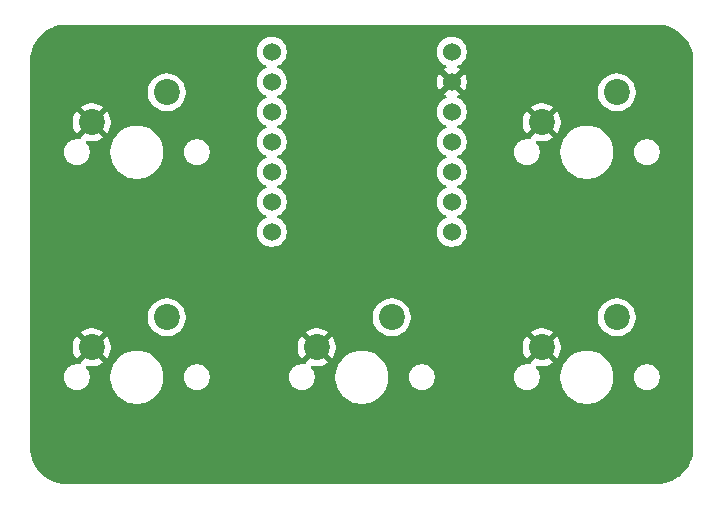
<source format=gbr>
%TF.GenerationSoftware,KiCad,Pcbnew,9.0.2-9.0.2-0~ubuntu24.04.1*%
%TF.CreationDate,2025-08-01T01:18:43+01:00*%
%TF.ProjectId,cadpadPCB,63616470-6164-4504-9342-2e6b69636164,rev?*%
%TF.SameCoordinates,Original*%
%TF.FileFunction,Copper,L2,Bot*%
%TF.FilePolarity,Positive*%
%FSLAX46Y46*%
G04 Gerber Fmt 4.6, Leading zero omitted, Abs format (unit mm)*
G04 Created by KiCad (PCBNEW 9.0.2-9.0.2-0~ubuntu24.04.1) date 2025-08-01 01:18:43*
%MOMM*%
%LPD*%
G01*
G04 APERTURE LIST*
%TA.AperFunction,ComponentPad*%
%ADD10C,2.200000*%
%TD*%
%TA.AperFunction,ComponentPad*%
%ADD11C,1.524000*%
%TD*%
G04 APERTURE END LIST*
D10*
%TO.P,SW1,1,1*%
%TO.N,Net-(U1-GPIO6{slash}SDA)*%
X116840000Y-49688750D03*
%TO.P,SW1,2,2*%
%TO.N,GND*%
X110490000Y-52228750D03*
%TD*%
%TO.P,SW5,1,1*%
%TO.N,Net-(U1-GPIO26{slash}ADC0{slash}A0)*%
X154940000Y-49688750D03*
%TO.P,SW5,2,2*%
%TO.N,GND*%
X148590000Y-52228750D03*
%TD*%
%TO.P,SW2,1,1*%
%TO.N,Net-(U1-GPIO29{slash}ADC3{slash}A3)*%
X116840000Y-68738750D03*
%TO.P,SW2,2,2*%
%TO.N,GND*%
X110490000Y-71278750D03*
%TD*%
D11*
%TO.P,U1,1,GPIO26/ADC0/A0*%
%TO.N,Net-(U1-GPIO26{slash}ADC0{slash}A0)*%
X125730000Y-46260000D03*
%TO.P,U1,2,GPIO27/ADC1/A1*%
%TO.N,Net-(U1-GPIO27{slash}ADC1{slash}A1)*%
X125730000Y-48800000D03*
%TO.P,U1,3,GPIO28/ADC2/A2*%
%TO.N,Net-(U1-GPIO28{slash}ADC2{slash}A2)*%
X125730000Y-51340000D03*
%TO.P,U1,4,GPIO29/ADC3/A3*%
%TO.N,Net-(U1-GPIO29{slash}ADC3{slash}A3)*%
X125730000Y-53880000D03*
%TO.P,U1,5,GPIO6/SDA*%
%TO.N,Net-(U1-GPIO6{slash}SDA)*%
X125730000Y-56420000D03*
%TO.P,U1,6,GPIO7/SCL*%
%TO.N,unconnected-(U1-GPIO7{slash}SCL-Pad6)*%
X125730000Y-58960000D03*
%TO.P,U1,7,GPIO0/TX*%
%TO.N,unconnected-(U1-GPIO0{slash}TX-Pad7)*%
X125730000Y-61500000D03*
%TO.P,U1,8,GPIO1/RX*%
%TO.N,unconnected-(U1-GPIO1{slash}RX-Pad8)*%
X140970000Y-61500000D03*
%TO.P,U1,9,GPIO2/SCK*%
%TO.N,unconnected-(U1-GPIO2{slash}SCK-Pad9)*%
X140970000Y-58960000D03*
%TO.P,U1,10,GPIO4/MISO*%
%TO.N,unconnected-(U1-GPIO4{slash}MISO-Pad10)*%
X140970000Y-56420000D03*
%TO.P,U1,11,GPIO3/MOSI*%
%TO.N,unconnected-(U1-GPIO3{slash}MOSI-Pad11)*%
X140970000Y-53880000D03*
%TO.P,U1,12,3V3*%
%TO.N,unconnected-(U1-3V3-Pad12)*%
X140970000Y-51340000D03*
%TO.P,U1,13,GND*%
%TO.N,GND*%
X140970000Y-48800000D03*
%TO.P,U1,14,VBUS*%
%TO.N,unconnected-(U1-VBUS-Pad14)*%
X140970000Y-46260000D03*
%TD*%
D10*
%TO.P,SW3,1,1*%
%TO.N,Net-(U1-GPIO28{slash}ADC2{slash}A2)*%
X135890000Y-68738750D03*
%TO.P,SW3,2,2*%
%TO.N,GND*%
X129540000Y-71278750D03*
%TD*%
%TO.P,SW4,1,1*%
%TO.N,Net-(U1-GPIO27{slash}ADC1{slash}A1)*%
X154940000Y-68738750D03*
%TO.P,SW4,2,2*%
%TO.N,GND*%
X148590000Y-71278750D03*
%TD*%
%TA.AperFunction,Conductor*%
%TO.N,GND*%
G36*
X158287372Y-43958350D02*
G01*
X158350022Y-43958349D01*
X158356507Y-43958518D01*
X158667825Y-43974831D01*
X158680714Y-43976185D01*
X158985439Y-44024445D01*
X158998116Y-44027141D01*
X159296114Y-44106986D01*
X159308429Y-44110987D01*
X159596356Y-44221510D01*
X159596445Y-44221544D01*
X159608300Y-44226822D01*
X159883184Y-44366880D01*
X159894399Y-44373355D01*
X160153097Y-44541354D01*
X160153137Y-44541380D01*
X160163637Y-44549009D01*
X160403377Y-44743145D01*
X160413023Y-44751830D01*
X160631157Y-44969964D01*
X160639842Y-44979609D01*
X160833987Y-45219357D01*
X160841616Y-45229858D01*
X161009630Y-45488576D01*
X161016120Y-45499817D01*
X161156171Y-45774686D01*
X161161450Y-45786543D01*
X161272002Y-46074542D01*
X161276013Y-46086886D01*
X161355857Y-46384872D01*
X161358553Y-46397554D01*
X161406811Y-46702254D01*
X161408167Y-46715162D01*
X161424466Y-47026204D01*
X161424636Y-47032693D01*
X161424636Y-47082464D01*
X161424501Y-79706043D01*
X161424501Y-79706044D01*
X161424500Y-79768689D01*
X161424330Y-79775178D01*
X161408012Y-80086474D01*
X161406655Y-80099383D01*
X161358394Y-80404059D01*
X161355696Y-80416754D01*
X161275856Y-80714710D01*
X161271844Y-80727054D01*
X161161295Y-81015034D01*
X161156016Y-81026891D01*
X161015967Y-81301743D01*
X161009478Y-81312983D01*
X160841475Y-81571680D01*
X160833845Y-81582181D01*
X160639709Y-81821913D01*
X160631024Y-81831558D01*
X160412901Y-82049676D01*
X160403256Y-82058361D01*
X160163524Y-82252486D01*
X160153030Y-82260111D01*
X159894313Y-82428119D01*
X159883077Y-82434605D01*
X159608227Y-82574645D01*
X159596371Y-82579923D01*
X159308389Y-82690466D01*
X159296044Y-82694477D01*
X158998085Y-82774310D01*
X158985390Y-82777009D01*
X158680706Y-82825263D01*
X158667797Y-82826619D01*
X158354896Y-82843013D01*
X158348430Y-82843183D01*
X158343526Y-82843183D01*
X158287372Y-82843183D01*
X158287331Y-82843193D01*
X158279380Y-82843195D01*
X158279376Y-82843193D01*
X158279358Y-82843195D01*
X108350215Y-82843248D01*
X108343725Y-82843078D01*
X108032420Y-82826762D01*
X108019511Y-82825405D01*
X108018614Y-82825263D01*
X107971765Y-82817842D01*
X107714832Y-82777146D01*
X107702138Y-82774448D01*
X107622175Y-82753021D01*
X107404160Y-82694603D01*
X107391817Y-82690592D01*
X107103826Y-82580042D01*
X107091969Y-82574763D01*
X107091737Y-82574645D01*
X106817105Y-82434711D01*
X106805865Y-82428221D01*
X106547156Y-82260214D01*
X106536655Y-82252585D01*
X106296913Y-82058445D01*
X106287268Y-82049760D01*
X106069144Y-81831636D01*
X106060459Y-81821991D01*
X105866322Y-81582253D01*
X105858693Y-81571753D01*
X105759225Y-81418588D01*
X105690673Y-81313027D01*
X105684185Y-81301788D01*
X105544143Y-81026944D01*
X105538863Y-81015087D01*
X105428310Y-80727090D01*
X105424300Y-80714747D01*
X105344453Y-80416766D01*
X105341754Y-80404070D01*
X105330837Y-80335149D01*
X105293492Y-80099380D01*
X105292138Y-80086502D01*
X105275825Y-79775290D01*
X105275656Y-79768873D01*
X105275643Y-73732139D01*
X108119500Y-73732139D01*
X108119500Y-73905361D01*
X108146598Y-74076451D01*
X108200127Y-74241195D01*
X108278768Y-74395538D01*
X108380586Y-74535678D01*
X108503072Y-74658164D01*
X108643212Y-74759982D01*
X108797555Y-74838623D01*
X108962299Y-74892152D01*
X109133389Y-74919250D01*
X109133390Y-74919250D01*
X109306610Y-74919250D01*
X109306611Y-74919250D01*
X109477701Y-74892152D01*
X109642445Y-74838623D01*
X109796788Y-74759982D01*
X109936928Y-74658164D01*
X110059414Y-74535678D01*
X110161232Y-74395538D01*
X110239873Y-74241195D01*
X110293402Y-74076451D01*
X110320500Y-73905361D01*
X110320500Y-73732139D01*
X110310854Y-73671236D01*
X112049500Y-73671236D01*
X112049500Y-73966263D01*
X112081571Y-74209863D01*
X112088007Y-74258743D01*
X112162212Y-74535680D01*
X112164361Y-74543701D01*
X112164364Y-74543711D01*
X112277254Y-74816250D01*
X112277258Y-74816260D01*
X112424761Y-75071743D01*
X112604352Y-75305790D01*
X112604358Y-75305797D01*
X112812952Y-75514391D01*
X112812959Y-75514397D01*
X113047006Y-75693988D01*
X113302489Y-75841491D01*
X113302490Y-75841491D01*
X113302493Y-75841493D01*
X113575048Y-75954389D01*
X113860007Y-76030743D01*
X114152494Y-76069250D01*
X114152501Y-76069250D01*
X114447499Y-76069250D01*
X114447506Y-76069250D01*
X114739993Y-76030743D01*
X115024952Y-75954389D01*
X115297507Y-75841493D01*
X115552994Y-75693988D01*
X115787042Y-75514396D01*
X115995646Y-75305792D01*
X116175238Y-75071744D01*
X116322743Y-74816257D01*
X116435639Y-74543702D01*
X116511993Y-74258743D01*
X116550500Y-73966256D01*
X116550500Y-73732139D01*
X118279500Y-73732139D01*
X118279500Y-73905361D01*
X118306598Y-74076451D01*
X118360127Y-74241195D01*
X118438768Y-74395538D01*
X118540586Y-74535678D01*
X118663072Y-74658164D01*
X118803212Y-74759982D01*
X118957555Y-74838623D01*
X119122299Y-74892152D01*
X119293389Y-74919250D01*
X119293390Y-74919250D01*
X119466610Y-74919250D01*
X119466611Y-74919250D01*
X119637701Y-74892152D01*
X119802445Y-74838623D01*
X119956788Y-74759982D01*
X120096928Y-74658164D01*
X120219414Y-74535678D01*
X120321232Y-74395538D01*
X120399873Y-74241195D01*
X120453402Y-74076451D01*
X120480500Y-73905361D01*
X120480500Y-73732139D01*
X127169500Y-73732139D01*
X127169500Y-73905361D01*
X127196598Y-74076451D01*
X127250127Y-74241195D01*
X127328768Y-74395538D01*
X127430586Y-74535678D01*
X127553072Y-74658164D01*
X127693212Y-74759982D01*
X127847555Y-74838623D01*
X128012299Y-74892152D01*
X128183389Y-74919250D01*
X128183390Y-74919250D01*
X128356610Y-74919250D01*
X128356611Y-74919250D01*
X128527701Y-74892152D01*
X128692445Y-74838623D01*
X128846788Y-74759982D01*
X128986928Y-74658164D01*
X129109414Y-74535678D01*
X129211232Y-74395538D01*
X129289873Y-74241195D01*
X129343402Y-74076451D01*
X129370500Y-73905361D01*
X129370500Y-73732139D01*
X129360854Y-73671236D01*
X131099500Y-73671236D01*
X131099500Y-73966263D01*
X131131571Y-74209863D01*
X131138007Y-74258743D01*
X131212212Y-74535680D01*
X131214361Y-74543701D01*
X131214364Y-74543711D01*
X131327254Y-74816250D01*
X131327258Y-74816260D01*
X131474761Y-75071743D01*
X131654352Y-75305790D01*
X131654358Y-75305797D01*
X131862952Y-75514391D01*
X131862959Y-75514397D01*
X132097006Y-75693988D01*
X132352489Y-75841491D01*
X132352490Y-75841491D01*
X132352493Y-75841493D01*
X132625048Y-75954389D01*
X132910007Y-76030743D01*
X133202494Y-76069250D01*
X133202501Y-76069250D01*
X133497499Y-76069250D01*
X133497506Y-76069250D01*
X133789993Y-76030743D01*
X134074952Y-75954389D01*
X134347507Y-75841493D01*
X134602994Y-75693988D01*
X134837042Y-75514396D01*
X135045646Y-75305792D01*
X135225238Y-75071744D01*
X135372743Y-74816257D01*
X135485639Y-74543702D01*
X135561993Y-74258743D01*
X135600500Y-73966256D01*
X135600500Y-73732139D01*
X137329500Y-73732139D01*
X137329500Y-73905361D01*
X137356598Y-74076451D01*
X137410127Y-74241195D01*
X137488768Y-74395538D01*
X137590586Y-74535678D01*
X137713072Y-74658164D01*
X137853212Y-74759982D01*
X138007555Y-74838623D01*
X138172299Y-74892152D01*
X138343389Y-74919250D01*
X138343390Y-74919250D01*
X138516610Y-74919250D01*
X138516611Y-74919250D01*
X138687701Y-74892152D01*
X138852445Y-74838623D01*
X139006788Y-74759982D01*
X139146928Y-74658164D01*
X139269414Y-74535678D01*
X139371232Y-74395538D01*
X139449873Y-74241195D01*
X139503402Y-74076451D01*
X139530500Y-73905361D01*
X139530500Y-73732139D01*
X146219500Y-73732139D01*
X146219500Y-73905361D01*
X146246598Y-74076451D01*
X146300127Y-74241195D01*
X146378768Y-74395538D01*
X146480586Y-74535678D01*
X146603072Y-74658164D01*
X146743212Y-74759982D01*
X146897555Y-74838623D01*
X147062299Y-74892152D01*
X147233389Y-74919250D01*
X147233390Y-74919250D01*
X147406610Y-74919250D01*
X147406611Y-74919250D01*
X147577701Y-74892152D01*
X147742445Y-74838623D01*
X147896788Y-74759982D01*
X148036928Y-74658164D01*
X148159414Y-74535678D01*
X148261232Y-74395538D01*
X148339873Y-74241195D01*
X148393402Y-74076451D01*
X148420500Y-73905361D01*
X148420500Y-73732139D01*
X148410854Y-73671236D01*
X150149500Y-73671236D01*
X150149500Y-73966263D01*
X150181571Y-74209863D01*
X150188007Y-74258743D01*
X150262212Y-74535680D01*
X150264361Y-74543701D01*
X150264364Y-74543711D01*
X150377254Y-74816250D01*
X150377258Y-74816260D01*
X150524761Y-75071743D01*
X150704352Y-75305790D01*
X150704358Y-75305797D01*
X150912952Y-75514391D01*
X150912959Y-75514397D01*
X151147006Y-75693988D01*
X151402489Y-75841491D01*
X151402490Y-75841491D01*
X151402493Y-75841493D01*
X151675048Y-75954389D01*
X151960007Y-76030743D01*
X152252494Y-76069250D01*
X152252501Y-76069250D01*
X152547499Y-76069250D01*
X152547506Y-76069250D01*
X152839993Y-76030743D01*
X153124952Y-75954389D01*
X153397507Y-75841493D01*
X153652994Y-75693988D01*
X153887042Y-75514396D01*
X154095646Y-75305792D01*
X154275238Y-75071744D01*
X154422743Y-74816257D01*
X154535639Y-74543702D01*
X154611993Y-74258743D01*
X154650500Y-73966256D01*
X154650500Y-73732139D01*
X156379500Y-73732139D01*
X156379500Y-73905361D01*
X156406598Y-74076451D01*
X156460127Y-74241195D01*
X156538768Y-74395538D01*
X156640586Y-74535678D01*
X156763072Y-74658164D01*
X156903212Y-74759982D01*
X157057555Y-74838623D01*
X157222299Y-74892152D01*
X157393389Y-74919250D01*
X157393390Y-74919250D01*
X157566610Y-74919250D01*
X157566611Y-74919250D01*
X157737701Y-74892152D01*
X157902445Y-74838623D01*
X158056788Y-74759982D01*
X158196928Y-74658164D01*
X158319414Y-74535678D01*
X158421232Y-74395538D01*
X158499873Y-74241195D01*
X158553402Y-74076451D01*
X158580500Y-73905361D01*
X158580500Y-73732139D01*
X158553402Y-73561049D01*
X158499873Y-73396305D01*
X158421232Y-73241962D01*
X158319414Y-73101822D01*
X158196928Y-72979336D01*
X158056788Y-72877518D01*
X157902445Y-72798877D01*
X157737701Y-72745348D01*
X157737699Y-72745347D01*
X157737698Y-72745347D01*
X157606271Y-72724531D01*
X157566611Y-72718250D01*
X157393389Y-72718250D01*
X157353728Y-72724531D01*
X157222302Y-72745347D01*
X157057552Y-72798878D01*
X156903211Y-72877518D01*
X156847115Y-72918275D01*
X156763072Y-72979336D01*
X156763070Y-72979338D01*
X156763069Y-72979338D01*
X156640588Y-73101819D01*
X156640588Y-73101820D01*
X156640586Y-73101822D01*
X156596859Y-73162006D01*
X156538768Y-73241961D01*
X156460128Y-73396302D01*
X156406597Y-73561052D01*
X156380272Y-73727267D01*
X156379500Y-73732139D01*
X154650500Y-73732139D01*
X154650500Y-73671244D01*
X154611993Y-73378757D01*
X154535639Y-73093798D01*
X154422743Y-72821243D01*
X154372604Y-72734400D01*
X154275238Y-72565756D01*
X154095647Y-72331709D01*
X154095641Y-72331702D01*
X153887047Y-72123108D01*
X153887040Y-72123102D01*
X153652993Y-71943511D01*
X153397510Y-71796008D01*
X153397500Y-71796004D01*
X153124961Y-71683114D01*
X153124954Y-71683112D01*
X153124952Y-71683111D01*
X152839993Y-71606757D01*
X152791113Y-71600321D01*
X152547513Y-71568250D01*
X152547506Y-71568250D01*
X152252494Y-71568250D01*
X152252486Y-71568250D01*
X151974085Y-71604903D01*
X151960007Y-71606757D01*
X151785861Y-71653419D01*
X151675048Y-71683111D01*
X151675038Y-71683114D01*
X151402499Y-71796004D01*
X151402489Y-71796008D01*
X151147006Y-71943511D01*
X150912959Y-72123102D01*
X150912952Y-72123108D01*
X150704358Y-72331702D01*
X150704352Y-72331709D01*
X150524761Y-72565756D01*
X150377258Y-72821239D01*
X150377254Y-72821249D01*
X150264364Y-73093788D01*
X150264361Y-73093798D01*
X150188008Y-73378754D01*
X150188006Y-73378765D01*
X150149500Y-73671236D01*
X148410854Y-73671236D01*
X148393402Y-73561049D01*
X148339873Y-73396305D01*
X148261232Y-73241962D01*
X148159414Y-73101822D01*
X148106882Y-73049290D01*
X148073397Y-72987967D01*
X148078381Y-72918275D01*
X148120253Y-72862342D01*
X148185717Y-72837925D01*
X148213961Y-72839136D01*
X148464072Y-72878750D01*
X148715928Y-72878750D01*
X148964669Y-72839352D01*
X149204184Y-72761530D01*
X149428575Y-72647196D01*
X149428581Y-72647192D01*
X149530697Y-72573000D01*
X149530698Y-72573000D01*
X148914025Y-71956328D01*
X148945258Y-71943391D01*
X149068097Y-71861313D01*
X149172563Y-71756847D01*
X149254641Y-71634008D01*
X149267577Y-71602775D01*
X149884250Y-72219448D01*
X149884250Y-72219447D01*
X149958442Y-72117331D01*
X149958446Y-72117325D01*
X150072780Y-71892934D01*
X150150602Y-71653419D01*
X150190000Y-71404678D01*
X150190000Y-71152821D01*
X150150602Y-70904080D01*
X150072780Y-70664565D01*
X149958442Y-70440166D01*
X149884250Y-70338051D01*
X149884250Y-70338050D01*
X149267577Y-70954723D01*
X149254641Y-70923492D01*
X149172563Y-70800653D01*
X149068097Y-70696187D01*
X148945258Y-70614109D01*
X148914024Y-70601171D01*
X149530698Y-69984498D01*
X149428583Y-69910307D01*
X149204184Y-69795969D01*
X148964669Y-69718147D01*
X148715928Y-69678750D01*
X148464072Y-69678750D01*
X148215330Y-69718147D01*
X147975815Y-69795969D01*
X147751413Y-69910309D01*
X147649301Y-69984497D01*
X147649300Y-69984498D01*
X148265974Y-70601171D01*
X148234742Y-70614109D01*
X148111903Y-70696187D01*
X148007437Y-70800653D01*
X147925359Y-70923492D01*
X147912421Y-70954724D01*
X147295748Y-70338050D01*
X147295747Y-70338051D01*
X147221559Y-70440163D01*
X147107219Y-70664565D01*
X147029397Y-70904080D01*
X146990000Y-71152821D01*
X146990000Y-71404678D01*
X147029397Y-71653419D01*
X147107219Y-71892934D01*
X147221557Y-72117333D01*
X147295748Y-72219447D01*
X147295748Y-72219448D01*
X147912421Y-71602774D01*
X147925359Y-71634008D01*
X148007437Y-71756847D01*
X148111903Y-71861313D01*
X148234742Y-71943391D01*
X148265974Y-71956327D01*
X147649300Y-72573000D01*
X147651598Y-72602199D01*
X147637233Y-72670577D01*
X147588181Y-72720333D01*
X147520016Y-72735671D01*
X147508583Y-72734400D01*
X147406611Y-72718250D01*
X147233389Y-72718250D01*
X147193728Y-72724531D01*
X147062302Y-72745347D01*
X146897552Y-72798878D01*
X146743211Y-72877518D01*
X146687115Y-72918275D01*
X146603072Y-72979336D01*
X146603070Y-72979338D01*
X146603069Y-72979338D01*
X146480588Y-73101819D01*
X146480588Y-73101820D01*
X146480586Y-73101822D01*
X146436859Y-73162006D01*
X146378768Y-73241961D01*
X146300128Y-73396302D01*
X146246597Y-73561052D01*
X146220272Y-73727267D01*
X146219500Y-73732139D01*
X139530500Y-73732139D01*
X139503402Y-73561049D01*
X139449873Y-73396305D01*
X139371232Y-73241962D01*
X139269414Y-73101822D01*
X139146928Y-72979336D01*
X139006788Y-72877518D01*
X138852445Y-72798877D01*
X138687701Y-72745348D01*
X138687699Y-72745347D01*
X138687698Y-72745347D01*
X138556271Y-72724531D01*
X138516611Y-72718250D01*
X138343389Y-72718250D01*
X138303728Y-72724531D01*
X138172302Y-72745347D01*
X138007552Y-72798878D01*
X137853211Y-72877518D01*
X137797115Y-72918275D01*
X137713072Y-72979336D01*
X137713070Y-72979338D01*
X137713069Y-72979338D01*
X137590588Y-73101819D01*
X137590588Y-73101820D01*
X137590586Y-73101822D01*
X137546859Y-73162006D01*
X137488768Y-73241961D01*
X137410128Y-73396302D01*
X137356597Y-73561052D01*
X137330272Y-73727267D01*
X137329500Y-73732139D01*
X135600500Y-73732139D01*
X135600500Y-73671244D01*
X135561993Y-73378757D01*
X135485639Y-73093798D01*
X135372743Y-72821243D01*
X135322604Y-72734400D01*
X135225238Y-72565756D01*
X135045647Y-72331709D01*
X135045641Y-72331702D01*
X134837047Y-72123108D01*
X134837040Y-72123102D01*
X134602993Y-71943511D01*
X134347510Y-71796008D01*
X134347500Y-71796004D01*
X134074961Y-71683114D01*
X134074954Y-71683112D01*
X134074952Y-71683111D01*
X133789993Y-71606757D01*
X133741113Y-71600321D01*
X133497513Y-71568250D01*
X133497506Y-71568250D01*
X133202494Y-71568250D01*
X133202486Y-71568250D01*
X132924085Y-71604903D01*
X132910007Y-71606757D01*
X132735861Y-71653419D01*
X132625048Y-71683111D01*
X132625038Y-71683114D01*
X132352499Y-71796004D01*
X132352489Y-71796008D01*
X132097006Y-71943511D01*
X131862959Y-72123102D01*
X131862952Y-72123108D01*
X131654358Y-72331702D01*
X131654352Y-72331709D01*
X131474761Y-72565756D01*
X131327258Y-72821239D01*
X131327254Y-72821249D01*
X131214364Y-73093788D01*
X131214361Y-73093798D01*
X131138008Y-73378754D01*
X131138006Y-73378765D01*
X131099500Y-73671236D01*
X129360854Y-73671236D01*
X129343402Y-73561049D01*
X129289873Y-73396305D01*
X129211232Y-73241962D01*
X129109414Y-73101822D01*
X129056882Y-73049290D01*
X129023397Y-72987967D01*
X129028381Y-72918275D01*
X129070253Y-72862342D01*
X129135717Y-72837925D01*
X129163961Y-72839136D01*
X129414072Y-72878750D01*
X129665928Y-72878750D01*
X129914669Y-72839352D01*
X130154184Y-72761530D01*
X130378575Y-72647196D01*
X130378581Y-72647192D01*
X130480697Y-72573000D01*
X130480698Y-72573000D01*
X129864025Y-71956328D01*
X129895258Y-71943391D01*
X130018097Y-71861313D01*
X130122563Y-71756847D01*
X130204641Y-71634008D01*
X130217577Y-71602775D01*
X130834250Y-72219448D01*
X130834250Y-72219447D01*
X130908442Y-72117331D01*
X130908446Y-72117325D01*
X131022780Y-71892934D01*
X131100602Y-71653419D01*
X131140000Y-71404678D01*
X131140000Y-71152821D01*
X131100602Y-70904080D01*
X131022780Y-70664565D01*
X130908442Y-70440166D01*
X130834250Y-70338051D01*
X130834250Y-70338050D01*
X130217577Y-70954723D01*
X130204641Y-70923492D01*
X130122563Y-70800653D01*
X130018097Y-70696187D01*
X129895258Y-70614109D01*
X129864024Y-70601171D01*
X130480698Y-69984498D01*
X130378583Y-69910307D01*
X130154184Y-69795969D01*
X129914669Y-69718147D01*
X129665928Y-69678750D01*
X129414072Y-69678750D01*
X129165330Y-69718147D01*
X128925815Y-69795969D01*
X128701413Y-69910309D01*
X128599301Y-69984497D01*
X128599300Y-69984498D01*
X129215974Y-70601171D01*
X129184742Y-70614109D01*
X129061903Y-70696187D01*
X128957437Y-70800653D01*
X128875359Y-70923492D01*
X128862421Y-70954724D01*
X128245748Y-70338050D01*
X128245747Y-70338051D01*
X128171559Y-70440163D01*
X128057219Y-70664565D01*
X127979397Y-70904080D01*
X127940000Y-71152821D01*
X127940000Y-71404678D01*
X127979397Y-71653419D01*
X128057219Y-71892934D01*
X128171557Y-72117333D01*
X128245748Y-72219447D01*
X128245748Y-72219448D01*
X128862421Y-71602774D01*
X128875359Y-71634008D01*
X128957437Y-71756847D01*
X129061903Y-71861313D01*
X129184742Y-71943391D01*
X129215974Y-71956327D01*
X128599300Y-72573000D01*
X128601598Y-72602199D01*
X128587233Y-72670577D01*
X128538181Y-72720333D01*
X128470016Y-72735671D01*
X128458583Y-72734400D01*
X128356611Y-72718250D01*
X128183389Y-72718250D01*
X128143728Y-72724531D01*
X128012302Y-72745347D01*
X127847552Y-72798878D01*
X127693211Y-72877518D01*
X127637115Y-72918275D01*
X127553072Y-72979336D01*
X127553070Y-72979338D01*
X127553069Y-72979338D01*
X127430588Y-73101819D01*
X127430588Y-73101820D01*
X127430586Y-73101822D01*
X127386859Y-73162006D01*
X127328768Y-73241961D01*
X127250128Y-73396302D01*
X127196597Y-73561052D01*
X127170272Y-73727267D01*
X127169500Y-73732139D01*
X120480500Y-73732139D01*
X120453402Y-73561049D01*
X120399873Y-73396305D01*
X120321232Y-73241962D01*
X120219414Y-73101822D01*
X120096928Y-72979336D01*
X119956788Y-72877518D01*
X119802445Y-72798877D01*
X119637701Y-72745348D01*
X119637699Y-72745347D01*
X119637698Y-72745347D01*
X119506271Y-72724531D01*
X119466611Y-72718250D01*
X119293389Y-72718250D01*
X119253728Y-72724531D01*
X119122302Y-72745347D01*
X118957552Y-72798878D01*
X118803211Y-72877518D01*
X118747115Y-72918275D01*
X118663072Y-72979336D01*
X118663070Y-72979338D01*
X118663069Y-72979338D01*
X118540588Y-73101819D01*
X118540588Y-73101820D01*
X118540586Y-73101822D01*
X118496859Y-73162006D01*
X118438768Y-73241961D01*
X118360128Y-73396302D01*
X118306597Y-73561052D01*
X118280272Y-73727267D01*
X118279500Y-73732139D01*
X116550500Y-73732139D01*
X116550500Y-73671244D01*
X116511993Y-73378757D01*
X116435639Y-73093798D01*
X116322743Y-72821243D01*
X116272604Y-72734400D01*
X116175238Y-72565756D01*
X115995647Y-72331709D01*
X115995641Y-72331702D01*
X115787047Y-72123108D01*
X115787040Y-72123102D01*
X115552993Y-71943511D01*
X115297510Y-71796008D01*
X115297500Y-71796004D01*
X115024961Y-71683114D01*
X115024954Y-71683112D01*
X115024952Y-71683111D01*
X114739993Y-71606757D01*
X114691113Y-71600321D01*
X114447513Y-71568250D01*
X114447506Y-71568250D01*
X114152494Y-71568250D01*
X114152486Y-71568250D01*
X113874085Y-71604903D01*
X113860007Y-71606757D01*
X113685861Y-71653419D01*
X113575048Y-71683111D01*
X113575038Y-71683114D01*
X113302499Y-71796004D01*
X113302489Y-71796008D01*
X113047006Y-71943511D01*
X112812959Y-72123102D01*
X112812952Y-72123108D01*
X112604358Y-72331702D01*
X112604352Y-72331709D01*
X112424761Y-72565756D01*
X112277258Y-72821239D01*
X112277254Y-72821249D01*
X112164364Y-73093788D01*
X112164361Y-73093798D01*
X112088008Y-73378754D01*
X112088006Y-73378765D01*
X112049500Y-73671236D01*
X110310854Y-73671236D01*
X110293402Y-73561049D01*
X110239873Y-73396305D01*
X110161232Y-73241962D01*
X110059414Y-73101822D01*
X110006882Y-73049290D01*
X109973397Y-72987967D01*
X109978381Y-72918275D01*
X110020253Y-72862342D01*
X110085717Y-72837925D01*
X110113961Y-72839136D01*
X110364072Y-72878750D01*
X110615928Y-72878750D01*
X110864669Y-72839352D01*
X111104184Y-72761530D01*
X111328575Y-72647196D01*
X111328581Y-72647192D01*
X111430697Y-72573000D01*
X111430698Y-72573000D01*
X110814025Y-71956328D01*
X110845258Y-71943391D01*
X110968097Y-71861313D01*
X111072563Y-71756847D01*
X111154641Y-71634008D01*
X111167577Y-71602775D01*
X111784250Y-72219448D01*
X111784250Y-72219447D01*
X111858442Y-72117331D01*
X111858446Y-72117325D01*
X111972780Y-71892934D01*
X112050602Y-71653419D01*
X112090000Y-71404678D01*
X112090000Y-71152821D01*
X112050602Y-70904080D01*
X111972780Y-70664565D01*
X111858442Y-70440166D01*
X111784250Y-70338051D01*
X111784250Y-70338050D01*
X111167577Y-70954723D01*
X111154641Y-70923492D01*
X111072563Y-70800653D01*
X110968097Y-70696187D01*
X110845258Y-70614109D01*
X110814024Y-70601171D01*
X111430698Y-69984498D01*
X111328583Y-69910307D01*
X111104184Y-69795969D01*
X110864669Y-69718147D01*
X110615928Y-69678750D01*
X110364072Y-69678750D01*
X110115330Y-69718147D01*
X109875815Y-69795969D01*
X109651413Y-69910309D01*
X109549301Y-69984497D01*
X109549300Y-69984498D01*
X110165974Y-70601171D01*
X110134742Y-70614109D01*
X110011903Y-70696187D01*
X109907437Y-70800653D01*
X109825359Y-70923492D01*
X109812421Y-70954724D01*
X109195748Y-70338050D01*
X109195747Y-70338051D01*
X109121559Y-70440163D01*
X109007219Y-70664565D01*
X108929397Y-70904080D01*
X108890000Y-71152821D01*
X108890000Y-71404678D01*
X108929397Y-71653419D01*
X109007219Y-71892934D01*
X109121557Y-72117333D01*
X109195748Y-72219447D01*
X109195748Y-72219448D01*
X109812421Y-71602774D01*
X109825359Y-71634008D01*
X109907437Y-71756847D01*
X110011903Y-71861313D01*
X110134742Y-71943391D01*
X110165974Y-71956327D01*
X109549300Y-72573000D01*
X109551598Y-72602199D01*
X109537233Y-72670577D01*
X109488181Y-72720333D01*
X109420016Y-72735671D01*
X109408583Y-72734400D01*
X109306611Y-72718250D01*
X109133389Y-72718250D01*
X109093728Y-72724531D01*
X108962302Y-72745347D01*
X108797552Y-72798878D01*
X108643211Y-72877518D01*
X108587115Y-72918275D01*
X108503072Y-72979336D01*
X108503070Y-72979338D01*
X108503069Y-72979338D01*
X108380588Y-73101819D01*
X108380588Y-73101820D01*
X108380586Y-73101822D01*
X108336859Y-73162006D01*
X108278768Y-73241961D01*
X108200128Y-73396302D01*
X108146597Y-73561052D01*
X108120272Y-73727267D01*
X108119500Y-73732139D01*
X105275643Y-73732139D01*
X105275633Y-68612788D01*
X115239500Y-68612788D01*
X115239500Y-68864711D01*
X115278910Y-69113535D01*
X115356760Y-69353133D01*
X115471132Y-69577598D01*
X115619201Y-69781399D01*
X115619205Y-69781404D01*
X115797345Y-69959544D01*
X115797350Y-69959548D01*
X115975117Y-70088702D01*
X116001155Y-70107620D01*
X116144184Y-70180497D01*
X116225616Y-70221989D01*
X116225618Y-70221989D01*
X116225621Y-70221991D01*
X116465215Y-70299840D01*
X116714038Y-70339250D01*
X116714039Y-70339250D01*
X116965961Y-70339250D01*
X116965962Y-70339250D01*
X117214785Y-70299840D01*
X117454379Y-70221991D01*
X117678845Y-70107620D01*
X117882656Y-69959543D01*
X118060793Y-69781406D01*
X118208870Y-69577595D01*
X118323241Y-69353129D01*
X118401090Y-69113535D01*
X118440500Y-68864712D01*
X118440500Y-68612788D01*
X134289500Y-68612788D01*
X134289500Y-68864711D01*
X134328910Y-69113535D01*
X134406760Y-69353133D01*
X134521132Y-69577598D01*
X134669201Y-69781399D01*
X134669205Y-69781404D01*
X134847345Y-69959544D01*
X134847350Y-69959548D01*
X135025117Y-70088702D01*
X135051155Y-70107620D01*
X135194184Y-70180497D01*
X135275616Y-70221989D01*
X135275618Y-70221989D01*
X135275621Y-70221991D01*
X135515215Y-70299840D01*
X135764038Y-70339250D01*
X135764039Y-70339250D01*
X136015961Y-70339250D01*
X136015962Y-70339250D01*
X136264785Y-70299840D01*
X136504379Y-70221991D01*
X136728845Y-70107620D01*
X136932656Y-69959543D01*
X137110793Y-69781406D01*
X137258870Y-69577595D01*
X137373241Y-69353129D01*
X137451090Y-69113535D01*
X137490500Y-68864712D01*
X137490500Y-68612788D01*
X153339500Y-68612788D01*
X153339500Y-68864711D01*
X153378910Y-69113535D01*
X153456760Y-69353133D01*
X153571132Y-69577598D01*
X153719201Y-69781399D01*
X153719205Y-69781404D01*
X153897345Y-69959544D01*
X153897350Y-69959548D01*
X154075117Y-70088702D01*
X154101155Y-70107620D01*
X154244184Y-70180497D01*
X154325616Y-70221989D01*
X154325618Y-70221989D01*
X154325621Y-70221991D01*
X154565215Y-70299840D01*
X154814038Y-70339250D01*
X154814039Y-70339250D01*
X155065961Y-70339250D01*
X155065962Y-70339250D01*
X155314785Y-70299840D01*
X155554379Y-70221991D01*
X155778845Y-70107620D01*
X155982656Y-69959543D01*
X156160793Y-69781406D01*
X156308870Y-69577595D01*
X156423241Y-69353129D01*
X156501090Y-69113535D01*
X156540500Y-68864712D01*
X156540500Y-68612788D01*
X156501090Y-68363965D01*
X156423241Y-68124371D01*
X156423239Y-68124368D01*
X156423239Y-68124366D01*
X156381747Y-68042934D01*
X156308870Y-67899905D01*
X156289952Y-67873867D01*
X156160798Y-67696100D01*
X156160794Y-67696095D01*
X155982654Y-67517955D01*
X155982649Y-67517951D01*
X155778848Y-67369882D01*
X155778847Y-67369881D01*
X155778845Y-67369880D01*
X155708747Y-67334163D01*
X155554383Y-67255510D01*
X155314785Y-67177660D01*
X155065962Y-67138250D01*
X154814038Y-67138250D01*
X154689626Y-67157955D01*
X154565214Y-67177660D01*
X154325616Y-67255510D01*
X154101151Y-67369882D01*
X153897350Y-67517951D01*
X153897345Y-67517955D01*
X153719205Y-67696095D01*
X153719201Y-67696100D01*
X153571132Y-67899901D01*
X153456760Y-68124366D01*
X153378910Y-68363964D01*
X153339500Y-68612788D01*
X137490500Y-68612788D01*
X137451090Y-68363965D01*
X137373241Y-68124371D01*
X137373239Y-68124368D01*
X137373239Y-68124366D01*
X137331747Y-68042934D01*
X137258870Y-67899905D01*
X137239952Y-67873867D01*
X137110798Y-67696100D01*
X137110794Y-67696095D01*
X136932654Y-67517955D01*
X136932649Y-67517951D01*
X136728848Y-67369882D01*
X136728847Y-67369881D01*
X136728845Y-67369880D01*
X136658747Y-67334163D01*
X136504383Y-67255510D01*
X136264785Y-67177660D01*
X136015962Y-67138250D01*
X135764038Y-67138250D01*
X135639626Y-67157955D01*
X135515214Y-67177660D01*
X135275616Y-67255510D01*
X135051151Y-67369882D01*
X134847350Y-67517951D01*
X134847345Y-67517955D01*
X134669205Y-67696095D01*
X134669201Y-67696100D01*
X134521132Y-67899901D01*
X134406760Y-68124366D01*
X134328910Y-68363964D01*
X134289500Y-68612788D01*
X118440500Y-68612788D01*
X118401090Y-68363965D01*
X118323241Y-68124371D01*
X118323239Y-68124368D01*
X118323239Y-68124366D01*
X118281747Y-68042934D01*
X118208870Y-67899905D01*
X118189952Y-67873867D01*
X118060798Y-67696100D01*
X118060794Y-67696095D01*
X117882654Y-67517955D01*
X117882649Y-67517951D01*
X117678848Y-67369882D01*
X117678847Y-67369881D01*
X117678845Y-67369880D01*
X117608747Y-67334163D01*
X117454383Y-67255510D01*
X117214785Y-67177660D01*
X116965962Y-67138250D01*
X116714038Y-67138250D01*
X116589626Y-67157955D01*
X116465214Y-67177660D01*
X116225616Y-67255510D01*
X116001151Y-67369882D01*
X115797350Y-67517951D01*
X115797345Y-67517955D01*
X115619205Y-67696095D01*
X115619201Y-67696100D01*
X115471132Y-67899901D01*
X115356760Y-68124366D01*
X115278910Y-68363964D01*
X115239500Y-68612788D01*
X105275633Y-68612788D01*
X105275604Y-54682139D01*
X108119500Y-54682139D01*
X108119500Y-54855361D01*
X108146598Y-55026451D01*
X108200127Y-55191195D01*
X108278768Y-55345538D01*
X108380586Y-55485678D01*
X108503072Y-55608164D01*
X108643212Y-55709982D01*
X108797555Y-55788623D01*
X108962299Y-55842152D01*
X109133389Y-55869250D01*
X109133390Y-55869250D01*
X109306610Y-55869250D01*
X109306611Y-55869250D01*
X109477701Y-55842152D01*
X109642445Y-55788623D01*
X109796788Y-55709982D01*
X109936928Y-55608164D01*
X110059414Y-55485678D01*
X110161232Y-55345538D01*
X110239873Y-55191195D01*
X110293402Y-55026451D01*
X110320500Y-54855361D01*
X110320500Y-54682139D01*
X110310854Y-54621236D01*
X112049500Y-54621236D01*
X112049500Y-54916263D01*
X112075193Y-55111413D01*
X112088007Y-55208743D01*
X112162212Y-55485680D01*
X112164361Y-55493701D01*
X112164364Y-55493711D01*
X112277254Y-55766250D01*
X112277258Y-55766260D01*
X112424761Y-56021743D01*
X112604352Y-56255790D01*
X112604358Y-56255797D01*
X112812952Y-56464391D01*
X112812959Y-56464397D01*
X113047006Y-56643988D01*
X113302489Y-56791491D01*
X113302490Y-56791491D01*
X113302493Y-56791493D01*
X113575048Y-56904389D01*
X113860007Y-56980743D01*
X114152494Y-57019250D01*
X114152501Y-57019250D01*
X114447499Y-57019250D01*
X114447506Y-57019250D01*
X114739993Y-56980743D01*
X115024952Y-56904389D01*
X115297507Y-56791493D01*
X115552994Y-56643988D01*
X115787042Y-56464396D01*
X115995646Y-56255792D01*
X116175238Y-56021744D01*
X116322743Y-55766257D01*
X116435639Y-55493702D01*
X116511993Y-55208743D01*
X116550500Y-54916256D01*
X116550500Y-54682139D01*
X118279500Y-54682139D01*
X118279500Y-54855361D01*
X118306598Y-55026451D01*
X118360127Y-55191195D01*
X118438768Y-55345538D01*
X118540586Y-55485678D01*
X118663072Y-55608164D01*
X118803212Y-55709982D01*
X118957555Y-55788623D01*
X119122299Y-55842152D01*
X119293389Y-55869250D01*
X119293390Y-55869250D01*
X119466610Y-55869250D01*
X119466611Y-55869250D01*
X119637701Y-55842152D01*
X119802445Y-55788623D01*
X119956788Y-55709982D01*
X120096928Y-55608164D01*
X120219414Y-55485678D01*
X120321232Y-55345538D01*
X120399873Y-55191195D01*
X120453402Y-55026451D01*
X120480500Y-54855361D01*
X120480500Y-54682139D01*
X120453402Y-54511049D01*
X120399873Y-54346305D01*
X120321232Y-54191962D01*
X120219414Y-54051822D01*
X120096928Y-53929336D01*
X119956788Y-53827518D01*
X119802445Y-53748877D01*
X119637701Y-53695348D01*
X119637699Y-53695347D01*
X119637698Y-53695347D01*
X119506271Y-53674531D01*
X119466611Y-53668250D01*
X119293389Y-53668250D01*
X119253728Y-53674531D01*
X119122302Y-53695347D01*
X118957552Y-53748878D01*
X118803211Y-53827518D01*
X118747115Y-53868275D01*
X118663072Y-53929336D01*
X118663070Y-53929338D01*
X118663069Y-53929338D01*
X118540588Y-54051819D01*
X118540588Y-54051820D01*
X118540586Y-54051822D01*
X118496859Y-54112006D01*
X118438768Y-54191961D01*
X118360128Y-54346302D01*
X118306597Y-54511052D01*
X118280272Y-54677267D01*
X118279500Y-54682139D01*
X116550500Y-54682139D01*
X116550500Y-54621244D01*
X116511993Y-54328757D01*
X116435639Y-54043798D01*
X116322743Y-53771243D01*
X116272604Y-53684400D01*
X116175238Y-53515756D01*
X115995647Y-53281709D01*
X115995641Y-53281702D01*
X115787047Y-53073108D01*
X115787040Y-53073102D01*
X115552993Y-52893511D01*
X115297510Y-52746008D01*
X115297500Y-52746004D01*
X115024961Y-52633114D01*
X115024954Y-52633112D01*
X115024952Y-52633111D01*
X114739993Y-52556757D01*
X114669604Y-52547490D01*
X114447513Y-52518250D01*
X114447506Y-52518250D01*
X114152494Y-52518250D01*
X114152486Y-52518250D01*
X113874085Y-52554903D01*
X113860007Y-52556757D01*
X113575048Y-52633111D01*
X113575038Y-52633114D01*
X113302499Y-52746004D01*
X113302489Y-52746008D01*
X113047006Y-52893511D01*
X112812959Y-53073102D01*
X112812952Y-53073108D01*
X112604358Y-53281702D01*
X112604352Y-53281709D01*
X112424761Y-53515756D01*
X112277258Y-53771239D01*
X112277254Y-53771249D01*
X112164364Y-54043788D01*
X112164361Y-54043798D01*
X112088008Y-54328754D01*
X112088006Y-54328765D01*
X112049500Y-54621236D01*
X110310854Y-54621236D01*
X110293402Y-54511049D01*
X110239873Y-54346305D01*
X110161232Y-54191962D01*
X110059414Y-54051822D01*
X110006882Y-53999290D01*
X109973397Y-53937967D01*
X109978381Y-53868275D01*
X110020253Y-53812342D01*
X110085717Y-53787925D01*
X110113961Y-53789136D01*
X110364072Y-53828750D01*
X110615928Y-53828750D01*
X110864669Y-53789352D01*
X111104184Y-53711530D01*
X111328575Y-53597196D01*
X111328581Y-53597192D01*
X111430697Y-53523000D01*
X111430698Y-53523000D01*
X110814025Y-52906328D01*
X110845258Y-52893391D01*
X110968097Y-52811313D01*
X111072563Y-52706847D01*
X111154641Y-52584008D01*
X111167577Y-52552775D01*
X111784250Y-53169448D01*
X111784250Y-53169447D01*
X111858442Y-53067331D01*
X111858446Y-53067325D01*
X111972780Y-52842934D01*
X112050602Y-52603419D01*
X112090000Y-52354678D01*
X112090000Y-52102821D01*
X112050602Y-51854080D01*
X111972780Y-51614565D01*
X111858442Y-51390166D01*
X111784250Y-51288051D01*
X111784250Y-51288050D01*
X111167577Y-51904723D01*
X111154641Y-51873492D01*
X111072563Y-51750653D01*
X110968097Y-51646187D01*
X110845258Y-51564109D01*
X110814024Y-51551171D01*
X111430698Y-50934498D01*
X111328583Y-50860307D01*
X111104184Y-50745969D01*
X110864669Y-50668147D01*
X110615928Y-50628750D01*
X110364072Y-50628750D01*
X110115330Y-50668147D01*
X109875815Y-50745969D01*
X109651413Y-50860309D01*
X109549301Y-50934497D01*
X109549300Y-50934498D01*
X110165974Y-51551171D01*
X110134742Y-51564109D01*
X110011903Y-51646187D01*
X109907437Y-51750653D01*
X109825359Y-51873492D01*
X109812421Y-51904724D01*
X109195748Y-51288050D01*
X109195747Y-51288051D01*
X109121559Y-51390163D01*
X109007219Y-51614565D01*
X108929397Y-51854080D01*
X108890000Y-52102821D01*
X108890000Y-52354678D01*
X108929397Y-52603419D01*
X109007219Y-52842934D01*
X109121557Y-53067333D01*
X109195748Y-53169447D01*
X109195748Y-53169448D01*
X109812421Y-52552774D01*
X109825359Y-52584008D01*
X109907437Y-52706847D01*
X110011903Y-52811313D01*
X110134742Y-52893391D01*
X110165974Y-52906327D01*
X109549300Y-53523000D01*
X109551598Y-53552199D01*
X109537233Y-53620577D01*
X109488181Y-53670333D01*
X109420016Y-53685671D01*
X109408583Y-53684400D01*
X109306611Y-53668250D01*
X109133389Y-53668250D01*
X109093728Y-53674531D01*
X108962302Y-53695347D01*
X108797552Y-53748878D01*
X108643211Y-53827518D01*
X108587115Y-53868275D01*
X108503072Y-53929336D01*
X108503070Y-53929338D01*
X108503069Y-53929338D01*
X108380588Y-54051819D01*
X108380588Y-54051820D01*
X108380586Y-54051822D01*
X108336859Y-54112006D01*
X108278768Y-54191961D01*
X108200128Y-54346302D01*
X108146597Y-54511052D01*
X108120272Y-54677267D01*
X108119500Y-54682139D01*
X105275604Y-54682139D01*
X105275603Y-53979360D01*
X105275599Y-52097955D01*
X105275597Y-50981758D01*
X105275594Y-49562788D01*
X115239500Y-49562788D01*
X115239500Y-49814712D01*
X115249739Y-49879358D01*
X115278910Y-50063535D01*
X115356760Y-50303133D01*
X115435413Y-50457497D01*
X115466003Y-50517533D01*
X115471132Y-50527598D01*
X115619201Y-50731399D01*
X115619205Y-50731404D01*
X115797345Y-50909544D01*
X115797350Y-50909548D01*
X115975117Y-51038702D01*
X116001155Y-51057620D01*
X116144184Y-51130497D01*
X116225616Y-51171989D01*
X116225618Y-51171989D01*
X116225621Y-51171991D01*
X116465215Y-51249840D01*
X116714038Y-51289250D01*
X116714039Y-51289250D01*
X116965961Y-51289250D01*
X116965962Y-51289250D01*
X117214785Y-51249840D01*
X117454379Y-51171991D01*
X117678845Y-51057620D01*
X117882656Y-50909543D01*
X118060793Y-50731406D01*
X118208870Y-50527595D01*
X118323241Y-50303129D01*
X118401090Y-50063535D01*
X118440500Y-49814712D01*
X118440500Y-49562788D01*
X118401090Y-49313965D01*
X118323241Y-49074371D01*
X118323239Y-49074368D01*
X118323239Y-49074366D01*
X118270862Y-48971571D01*
X118208870Y-48849905D01*
X118100451Y-48700678D01*
X118060798Y-48646100D01*
X118060794Y-48646095D01*
X117882654Y-48467955D01*
X117882649Y-48467951D01*
X117678848Y-48319882D01*
X117678847Y-48319881D01*
X117678845Y-48319880D01*
X117608747Y-48284163D01*
X117454383Y-48205510D01*
X117214785Y-48127660D01*
X117048248Y-48101283D01*
X116965962Y-48088250D01*
X116714038Y-48088250D01*
X116631758Y-48101282D01*
X116465214Y-48127660D01*
X116225616Y-48205510D01*
X116001151Y-48319882D01*
X115797350Y-48467951D01*
X115797345Y-48467955D01*
X115619205Y-48646095D01*
X115619201Y-48646100D01*
X115471132Y-48849901D01*
X115356760Y-49074366D01*
X115288504Y-49284437D01*
X115278910Y-49313965D01*
X115239500Y-49562788D01*
X105275594Y-49562788D01*
X105275594Y-49557916D01*
X105275588Y-47110055D01*
X105275588Y-47095617D01*
X105275589Y-47095615D01*
X105275588Y-47032963D01*
X105275758Y-47026477D01*
X105292071Y-46715159D01*
X105293424Y-46702274D01*
X105341688Y-46397531D01*
X105344379Y-46384878D01*
X105404461Y-46160639D01*
X124467500Y-46160639D01*
X124467500Y-46359361D01*
X124483043Y-46457498D01*
X124498587Y-46555637D01*
X124559993Y-46744629D01*
X124559994Y-46744632D01*
X124609327Y-46841452D01*
X124650213Y-46921694D01*
X124767019Y-47082464D01*
X124907536Y-47222981D01*
X125068306Y-47339787D01*
X125186832Y-47400179D01*
X125224780Y-47419515D01*
X125275576Y-47467490D01*
X125292371Y-47535311D01*
X125269833Y-47601446D01*
X125224780Y-47640485D01*
X125068305Y-47720213D01*
X124907533Y-47837021D01*
X124767021Y-47977533D01*
X124650213Y-48138305D01*
X124559994Y-48315367D01*
X124559993Y-48315370D01*
X124498587Y-48504362D01*
X124467500Y-48700639D01*
X124467500Y-48899360D01*
X124498587Y-49095637D01*
X124559993Y-49284629D01*
X124559994Y-49284632D01*
X124650079Y-49461431D01*
X124650213Y-49461694D01*
X124767019Y-49622464D01*
X124907536Y-49762981D01*
X125068306Y-49879787D01*
X125186832Y-49940179D01*
X125224780Y-49959515D01*
X125275576Y-50007490D01*
X125292371Y-50075311D01*
X125269833Y-50141446D01*
X125224780Y-50180485D01*
X125068305Y-50260213D01*
X124907533Y-50377021D01*
X124767021Y-50517533D01*
X124650213Y-50678305D01*
X124559994Y-50855367D01*
X124559993Y-50855370D01*
X124498587Y-51044362D01*
X124467500Y-51240639D01*
X124467500Y-51439360D01*
X124498587Y-51635637D01*
X124559993Y-51824629D01*
X124559994Y-51824632D01*
X124650213Y-52001694D01*
X124767019Y-52162464D01*
X124907536Y-52302981D01*
X125068306Y-52419787D01*
X125122729Y-52447517D01*
X125224780Y-52499515D01*
X125275576Y-52547490D01*
X125292371Y-52615311D01*
X125269833Y-52681446D01*
X125224780Y-52720485D01*
X125068305Y-52800213D01*
X124907533Y-52917021D01*
X124767021Y-53057533D01*
X124650213Y-53218305D01*
X124559994Y-53395367D01*
X124559993Y-53395370D01*
X124498587Y-53584362D01*
X124492851Y-53620577D01*
X124467500Y-53780639D01*
X124467500Y-53979361D01*
X124477704Y-54043788D01*
X124498587Y-54175637D01*
X124559993Y-54364629D01*
X124559994Y-54364632D01*
X124634600Y-54511052D01*
X124650213Y-54541694D01*
X124767019Y-54702464D01*
X124907536Y-54842981D01*
X125068306Y-54959787D01*
X125186832Y-55020179D01*
X125224780Y-55039515D01*
X125275576Y-55087490D01*
X125292371Y-55155311D01*
X125269833Y-55221446D01*
X125224780Y-55260485D01*
X125068305Y-55340213D01*
X124907533Y-55457021D01*
X124767021Y-55597533D01*
X124650213Y-55758305D01*
X124559994Y-55935367D01*
X124559993Y-55935370D01*
X124498587Y-56124362D01*
X124467500Y-56320639D01*
X124467500Y-56519360D01*
X124498587Y-56715637D01*
X124559993Y-56904629D01*
X124559994Y-56904632D01*
X124618396Y-57019250D01*
X124650213Y-57081694D01*
X124767019Y-57242464D01*
X124907536Y-57382981D01*
X125068306Y-57499787D01*
X125186832Y-57560179D01*
X125224780Y-57579515D01*
X125275576Y-57627490D01*
X125292371Y-57695311D01*
X125269833Y-57761446D01*
X125224780Y-57800485D01*
X125068305Y-57880213D01*
X124907533Y-57997021D01*
X124767021Y-58137533D01*
X124650213Y-58298305D01*
X124559994Y-58475367D01*
X124559993Y-58475370D01*
X124498587Y-58664362D01*
X124467500Y-58860639D01*
X124467500Y-59059360D01*
X124498587Y-59255637D01*
X124559993Y-59444629D01*
X124559994Y-59444632D01*
X124650213Y-59621694D01*
X124767019Y-59782464D01*
X124907536Y-59922981D01*
X125068306Y-60039787D01*
X125186832Y-60100179D01*
X125224780Y-60119515D01*
X125275576Y-60167490D01*
X125292371Y-60235311D01*
X125269833Y-60301446D01*
X125224780Y-60340485D01*
X125068305Y-60420213D01*
X124907533Y-60537021D01*
X124767021Y-60677533D01*
X124650213Y-60838305D01*
X124559994Y-61015367D01*
X124559993Y-61015370D01*
X124498587Y-61204362D01*
X124467500Y-61400639D01*
X124467500Y-61599360D01*
X124498587Y-61795637D01*
X124559993Y-61984629D01*
X124559994Y-61984632D01*
X124650213Y-62161694D01*
X124767019Y-62322464D01*
X124907536Y-62462981D01*
X125068306Y-62579787D01*
X125155149Y-62624035D01*
X125245367Y-62670005D01*
X125245370Y-62670006D01*
X125339866Y-62700709D01*
X125434364Y-62731413D01*
X125630639Y-62762500D01*
X125630640Y-62762500D01*
X125829360Y-62762500D01*
X125829361Y-62762500D01*
X126025636Y-62731413D01*
X126214632Y-62670005D01*
X126391694Y-62579787D01*
X126552464Y-62462981D01*
X126692981Y-62322464D01*
X126809787Y-62161694D01*
X126900005Y-61984632D01*
X126961413Y-61795636D01*
X126992500Y-61599361D01*
X126992500Y-61400639D01*
X126961413Y-61204364D01*
X126900005Y-61015368D01*
X126900005Y-61015367D01*
X126809786Y-60838305D01*
X126692981Y-60677536D01*
X126552464Y-60537019D01*
X126391694Y-60420213D01*
X126235218Y-60340484D01*
X126184423Y-60292510D01*
X126167628Y-60224689D01*
X126190165Y-60158554D01*
X126235218Y-60119515D01*
X126391694Y-60039787D01*
X126552464Y-59922981D01*
X126692981Y-59782464D01*
X126809787Y-59621694D01*
X126900005Y-59444632D01*
X126961413Y-59255636D01*
X126992500Y-59059361D01*
X126992500Y-58860639D01*
X126961413Y-58664364D01*
X126900005Y-58475368D01*
X126900005Y-58475367D01*
X126809786Y-58298305D01*
X126692981Y-58137536D01*
X126552464Y-57997019D01*
X126391694Y-57880213D01*
X126235218Y-57800484D01*
X126184423Y-57752510D01*
X126167628Y-57684689D01*
X126190165Y-57618554D01*
X126235218Y-57579515D01*
X126391694Y-57499787D01*
X126552464Y-57382981D01*
X126692981Y-57242464D01*
X126809787Y-57081694D01*
X126900005Y-56904632D01*
X126961413Y-56715636D01*
X126992500Y-56519361D01*
X126992500Y-56320639D01*
X126961413Y-56124364D01*
X126900005Y-55935368D01*
X126900005Y-55935367D01*
X126825233Y-55788621D01*
X126809787Y-55758306D01*
X126692981Y-55597536D01*
X126552464Y-55457019D01*
X126391694Y-55340213D01*
X126235218Y-55260484D01*
X126184423Y-55212510D01*
X126167628Y-55144689D01*
X126190165Y-55078554D01*
X126235218Y-55039515D01*
X126391694Y-54959787D01*
X126552464Y-54842981D01*
X126692981Y-54702464D01*
X126809787Y-54541694D01*
X126900005Y-54364632D01*
X126961413Y-54175636D01*
X126992500Y-53979361D01*
X126992500Y-53780639D01*
X126961413Y-53584364D01*
X126900005Y-53395368D01*
X126900005Y-53395367D01*
X126854035Y-53305149D01*
X126809787Y-53218306D01*
X126692981Y-53057536D01*
X126552464Y-52917019D01*
X126391694Y-52800213D01*
X126235218Y-52720484D01*
X126184423Y-52672510D01*
X126167628Y-52604689D01*
X126190165Y-52538554D01*
X126235218Y-52499515D01*
X126391694Y-52419787D01*
X126552464Y-52302981D01*
X126692981Y-52162464D01*
X126809787Y-52001694D01*
X126900005Y-51824632D01*
X126961413Y-51635636D01*
X126992500Y-51439361D01*
X126992500Y-51240639D01*
X126961413Y-51044364D01*
X126917608Y-50909544D01*
X126900006Y-50855370D01*
X126900005Y-50855367D01*
X126809786Y-50678305D01*
X126802406Y-50668147D01*
X126692981Y-50517536D01*
X126552464Y-50377019D01*
X126391694Y-50260213D01*
X126235218Y-50180484D01*
X126184423Y-50132510D01*
X126167628Y-50064689D01*
X126190165Y-49998554D01*
X126235218Y-49959515D01*
X126391694Y-49879787D01*
X126552464Y-49762981D01*
X126692981Y-49622464D01*
X126809787Y-49461694D01*
X126900005Y-49284632D01*
X126961413Y-49095636D01*
X126992500Y-48899361D01*
X126992500Y-48700639D01*
X126961413Y-48504364D01*
X126900005Y-48315368D01*
X126900005Y-48315367D01*
X126844029Y-48205509D01*
X126809787Y-48138306D01*
X126692981Y-47977536D01*
X126552464Y-47837019D01*
X126391694Y-47720213D01*
X126235218Y-47640484D01*
X126184423Y-47592510D01*
X126167628Y-47524689D01*
X126190165Y-47458554D01*
X126235218Y-47419515D01*
X126391694Y-47339787D01*
X126552464Y-47222981D01*
X126692981Y-47082464D01*
X126809787Y-46921694D01*
X126900005Y-46744632D01*
X126961413Y-46555636D01*
X126992500Y-46359361D01*
X126992500Y-46160639D01*
X139707500Y-46160639D01*
X139707500Y-46359361D01*
X139723043Y-46457498D01*
X139738587Y-46555637D01*
X139799993Y-46744629D01*
X139799994Y-46744632D01*
X139849327Y-46841452D01*
X139890213Y-46921694D01*
X140007019Y-47082464D01*
X140147536Y-47222981D01*
X140308306Y-47339787D01*
X140465332Y-47419796D01*
X140516127Y-47467769D01*
X140532922Y-47535590D01*
X140510385Y-47601725D01*
X140465332Y-47640764D01*
X140308566Y-47720641D01*
X140271283Y-47747729D01*
X140271282Y-47747730D01*
X140885906Y-48362352D01*
X140798429Y-48385792D01*
X140697070Y-48444311D01*
X140614311Y-48527070D01*
X140555792Y-48628429D01*
X140532352Y-48715905D01*
X139917730Y-48101282D01*
X139917729Y-48101283D01*
X139890643Y-48138564D01*
X139800457Y-48315562D01*
X139739075Y-48504476D01*
X139739075Y-48504479D01*
X139708000Y-48700678D01*
X139708000Y-48899321D01*
X139739075Y-49095520D01*
X139739075Y-49095523D01*
X139800457Y-49284437D01*
X139890641Y-49461432D01*
X139917730Y-49498715D01*
X139917731Y-49498716D01*
X140532352Y-48884094D01*
X140555792Y-48971571D01*
X140614311Y-49072930D01*
X140697070Y-49155689D01*
X140798429Y-49214208D01*
X140885905Y-49237647D01*
X140271283Y-49852268D01*
X140271283Y-49852269D01*
X140308567Y-49879358D01*
X140465331Y-49959234D01*
X140516127Y-50007209D01*
X140532922Y-50075030D01*
X140510384Y-50141165D01*
X140465331Y-50180204D01*
X140308305Y-50260213D01*
X140147533Y-50377021D01*
X140007021Y-50517533D01*
X139890213Y-50678305D01*
X139799994Y-50855367D01*
X139799993Y-50855370D01*
X139738587Y-51044362D01*
X139707500Y-51240639D01*
X139707500Y-51439360D01*
X139738587Y-51635637D01*
X139799993Y-51824629D01*
X139799994Y-51824632D01*
X139890213Y-52001694D01*
X140007019Y-52162464D01*
X140147536Y-52302981D01*
X140308306Y-52419787D01*
X140362729Y-52447517D01*
X140464780Y-52499515D01*
X140515576Y-52547490D01*
X140532371Y-52615311D01*
X140509833Y-52681446D01*
X140464780Y-52720485D01*
X140308305Y-52800213D01*
X140147533Y-52917021D01*
X140007021Y-53057533D01*
X139890213Y-53218305D01*
X139799994Y-53395367D01*
X139799993Y-53395370D01*
X139738587Y-53584362D01*
X139732851Y-53620577D01*
X139707500Y-53780639D01*
X139707500Y-53979361D01*
X139717704Y-54043788D01*
X139738587Y-54175637D01*
X139799993Y-54364629D01*
X139799994Y-54364632D01*
X139874600Y-54511052D01*
X139890213Y-54541694D01*
X140007019Y-54702464D01*
X140147536Y-54842981D01*
X140308306Y-54959787D01*
X140426832Y-55020179D01*
X140464780Y-55039515D01*
X140515576Y-55087490D01*
X140532371Y-55155311D01*
X140509833Y-55221446D01*
X140464780Y-55260485D01*
X140308305Y-55340213D01*
X140147533Y-55457021D01*
X140007021Y-55597533D01*
X139890213Y-55758305D01*
X139799994Y-55935367D01*
X139799993Y-55935370D01*
X139738587Y-56124362D01*
X139707500Y-56320639D01*
X139707500Y-56519360D01*
X139738587Y-56715637D01*
X139799993Y-56904629D01*
X139799994Y-56904632D01*
X139858396Y-57019250D01*
X139890213Y-57081694D01*
X140007019Y-57242464D01*
X140147536Y-57382981D01*
X140308306Y-57499787D01*
X140426832Y-57560179D01*
X140464780Y-57579515D01*
X140515576Y-57627490D01*
X140532371Y-57695311D01*
X140509833Y-57761446D01*
X140464780Y-57800485D01*
X140308305Y-57880213D01*
X140147533Y-57997021D01*
X140007021Y-58137533D01*
X139890213Y-58298305D01*
X139799994Y-58475367D01*
X139799993Y-58475370D01*
X139738587Y-58664362D01*
X139707500Y-58860639D01*
X139707500Y-59059360D01*
X139738587Y-59255637D01*
X139799993Y-59444629D01*
X139799994Y-59444632D01*
X139890213Y-59621694D01*
X140007019Y-59782464D01*
X140147536Y-59922981D01*
X140308306Y-60039787D01*
X140426832Y-60100179D01*
X140464780Y-60119515D01*
X140515576Y-60167490D01*
X140532371Y-60235311D01*
X140509833Y-60301446D01*
X140464780Y-60340485D01*
X140308305Y-60420213D01*
X140147533Y-60537021D01*
X140007021Y-60677533D01*
X139890213Y-60838305D01*
X139799994Y-61015367D01*
X139799993Y-61015370D01*
X139738587Y-61204362D01*
X139707500Y-61400639D01*
X139707500Y-61599360D01*
X139738587Y-61795637D01*
X139799993Y-61984629D01*
X139799994Y-61984632D01*
X139890213Y-62161694D01*
X140007019Y-62322464D01*
X140147536Y-62462981D01*
X140308306Y-62579787D01*
X140395149Y-62624035D01*
X140485367Y-62670005D01*
X140485370Y-62670006D01*
X140579866Y-62700709D01*
X140674364Y-62731413D01*
X140870639Y-62762500D01*
X140870640Y-62762500D01*
X141069360Y-62762500D01*
X141069361Y-62762500D01*
X141265636Y-62731413D01*
X141454632Y-62670005D01*
X141631694Y-62579787D01*
X141792464Y-62462981D01*
X141932981Y-62322464D01*
X142049787Y-62161694D01*
X142140005Y-61984632D01*
X142201413Y-61795636D01*
X142232500Y-61599361D01*
X142232500Y-61400639D01*
X142201413Y-61204364D01*
X142140005Y-61015368D01*
X142140005Y-61015367D01*
X142049786Y-60838305D01*
X141932981Y-60677536D01*
X141792464Y-60537019D01*
X141631694Y-60420213D01*
X141475218Y-60340484D01*
X141424423Y-60292510D01*
X141407628Y-60224689D01*
X141430165Y-60158554D01*
X141475218Y-60119515D01*
X141631694Y-60039787D01*
X141792464Y-59922981D01*
X141932981Y-59782464D01*
X142049787Y-59621694D01*
X142140005Y-59444632D01*
X142201413Y-59255636D01*
X142232500Y-59059361D01*
X142232500Y-58860639D01*
X142201413Y-58664364D01*
X142140005Y-58475368D01*
X142140005Y-58475367D01*
X142049786Y-58298305D01*
X141932981Y-58137536D01*
X141792464Y-57997019D01*
X141631694Y-57880213D01*
X141475218Y-57800484D01*
X141424423Y-57752510D01*
X141407628Y-57684689D01*
X141430165Y-57618554D01*
X141475218Y-57579515D01*
X141631694Y-57499787D01*
X141792464Y-57382981D01*
X141932981Y-57242464D01*
X142049787Y-57081694D01*
X142140005Y-56904632D01*
X142201413Y-56715636D01*
X142232500Y-56519361D01*
X142232500Y-56320639D01*
X142201413Y-56124364D01*
X142140005Y-55935368D01*
X142140005Y-55935367D01*
X142065233Y-55788621D01*
X142049787Y-55758306D01*
X141932981Y-55597536D01*
X141792464Y-55457019D01*
X141631694Y-55340213D01*
X141475218Y-55260484D01*
X141424423Y-55212510D01*
X141407628Y-55144689D01*
X141430165Y-55078554D01*
X141475218Y-55039515D01*
X141631694Y-54959787D01*
X141792464Y-54842981D01*
X141932981Y-54702464D01*
X141947748Y-54682139D01*
X146219500Y-54682139D01*
X146219500Y-54855361D01*
X146246598Y-55026451D01*
X146300127Y-55191195D01*
X146378768Y-55345538D01*
X146480586Y-55485678D01*
X146603072Y-55608164D01*
X146743212Y-55709982D01*
X146897555Y-55788623D01*
X147062299Y-55842152D01*
X147233389Y-55869250D01*
X147233390Y-55869250D01*
X147406610Y-55869250D01*
X147406611Y-55869250D01*
X147577701Y-55842152D01*
X147742445Y-55788623D01*
X147896788Y-55709982D01*
X148036928Y-55608164D01*
X148159414Y-55485678D01*
X148261232Y-55345538D01*
X148339873Y-55191195D01*
X148393402Y-55026451D01*
X148420500Y-54855361D01*
X148420500Y-54682139D01*
X148410854Y-54621236D01*
X150149500Y-54621236D01*
X150149500Y-54916263D01*
X150175193Y-55111413D01*
X150188007Y-55208743D01*
X150262212Y-55485680D01*
X150264361Y-55493701D01*
X150264364Y-55493711D01*
X150377254Y-55766250D01*
X150377258Y-55766260D01*
X150524761Y-56021743D01*
X150704352Y-56255790D01*
X150704358Y-56255797D01*
X150912952Y-56464391D01*
X150912959Y-56464397D01*
X151147006Y-56643988D01*
X151402489Y-56791491D01*
X151402490Y-56791491D01*
X151402493Y-56791493D01*
X151675048Y-56904389D01*
X151960007Y-56980743D01*
X152252494Y-57019250D01*
X152252501Y-57019250D01*
X152547499Y-57019250D01*
X152547506Y-57019250D01*
X152839993Y-56980743D01*
X153124952Y-56904389D01*
X153397507Y-56791493D01*
X153652994Y-56643988D01*
X153887042Y-56464396D01*
X154095646Y-56255792D01*
X154275238Y-56021744D01*
X154422743Y-55766257D01*
X154535639Y-55493702D01*
X154611993Y-55208743D01*
X154650500Y-54916256D01*
X154650500Y-54682139D01*
X156379500Y-54682139D01*
X156379500Y-54855361D01*
X156406598Y-55026451D01*
X156460127Y-55191195D01*
X156538768Y-55345538D01*
X156640586Y-55485678D01*
X156763072Y-55608164D01*
X156903212Y-55709982D01*
X157057555Y-55788623D01*
X157222299Y-55842152D01*
X157393389Y-55869250D01*
X157393390Y-55869250D01*
X157566610Y-55869250D01*
X157566611Y-55869250D01*
X157737701Y-55842152D01*
X157902445Y-55788623D01*
X158056788Y-55709982D01*
X158196928Y-55608164D01*
X158319414Y-55485678D01*
X158421232Y-55345538D01*
X158499873Y-55191195D01*
X158553402Y-55026451D01*
X158580500Y-54855361D01*
X158580500Y-54682139D01*
X158553402Y-54511049D01*
X158499873Y-54346305D01*
X158421232Y-54191962D01*
X158319414Y-54051822D01*
X158196928Y-53929336D01*
X158056788Y-53827518D01*
X157902445Y-53748877D01*
X157737701Y-53695348D01*
X157737699Y-53695347D01*
X157737698Y-53695347D01*
X157606271Y-53674531D01*
X157566611Y-53668250D01*
X157393389Y-53668250D01*
X157353728Y-53674531D01*
X157222302Y-53695347D01*
X157057552Y-53748878D01*
X156903211Y-53827518D01*
X156847115Y-53868275D01*
X156763072Y-53929336D01*
X156763070Y-53929338D01*
X156763069Y-53929338D01*
X156640588Y-54051819D01*
X156640588Y-54051820D01*
X156640586Y-54051822D01*
X156596859Y-54112006D01*
X156538768Y-54191961D01*
X156460128Y-54346302D01*
X156406597Y-54511052D01*
X156380272Y-54677267D01*
X156379500Y-54682139D01*
X154650500Y-54682139D01*
X154650500Y-54621244D01*
X154611993Y-54328757D01*
X154535639Y-54043798D01*
X154422743Y-53771243D01*
X154372604Y-53684400D01*
X154275238Y-53515756D01*
X154095647Y-53281709D01*
X154095641Y-53281702D01*
X153887047Y-53073108D01*
X153887040Y-53073102D01*
X153652993Y-52893511D01*
X153397510Y-52746008D01*
X153397500Y-52746004D01*
X153124961Y-52633114D01*
X153124954Y-52633112D01*
X153124952Y-52633111D01*
X152839993Y-52556757D01*
X152769604Y-52547490D01*
X152547513Y-52518250D01*
X152547506Y-52518250D01*
X152252494Y-52518250D01*
X152252486Y-52518250D01*
X151974085Y-52554903D01*
X151960007Y-52556757D01*
X151675048Y-52633111D01*
X151675038Y-52633114D01*
X151402499Y-52746004D01*
X151402489Y-52746008D01*
X151147006Y-52893511D01*
X150912959Y-53073102D01*
X150912952Y-53073108D01*
X150704358Y-53281702D01*
X150704352Y-53281709D01*
X150524761Y-53515756D01*
X150377258Y-53771239D01*
X150377254Y-53771249D01*
X150264364Y-54043788D01*
X150264361Y-54043798D01*
X150188008Y-54328754D01*
X150188006Y-54328765D01*
X150149500Y-54621236D01*
X148410854Y-54621236D01*
X148393402Y-54511049D01*
X148339873Y-54346305D01*
X148261232Y-54191962D01*
X148159414Y-54051822D01*
X148106882Y-53999290D01*
X148073397Y-53937967D01*
X148078381Y-53868275D01*
X148120253Y-53812342D01*
X148185717Y-53787925D01*
X148213961Y-53789136D01*
X148464072Y-53828750D01*
X148715928Y-53828750D01*
X148964669Y-53789352D01*
X149204184Y-53711530D01*
X149428575Y-53597196D01*
X149428581Y-53597192D01*
X149530697Y-53523000D01*
X149530698Y-53523000D01*
X148914025Y-52906328D01*
X148945258Y-52893391D01*
X149068097Y-52811313D01*
X149172563Y-52706847D01*
X149254641Y-52584008D01*
X149267578Y-52552775D01*
X149884250Y-53169448D01*
X149884250Y-53169447D01*
X149958442Y-53067331D01*
X149958446Y-53067325D01*
X150072780Y-52842934D01*
X150150602Y-52603419D01*
X150190000Y-52354678D01*
X150190000Y-52102821D01*
X150150602Y-51854080D01*
X150072780Y-51614565D01*
X149958442Y-51390166D01*
X149884250Y-51288051D01*
X149884250Y-51288050D01*
X149267577Y-51904723D01*
X149254641Y-51873492D01*
X149172563Y-51750653D01*
X149068097Y-51646187D01*
X148945258Y-51564109D01*
X148914024Y-51551171D01*
X149530698Y-50934498D01*
X149428583Y-50860307D01*
X149204184Y-50745969D01*
X148964669Y-50668147D01*
X148715928Y-50628750D01*
X148464072Y-50628750D01*
X148215330Y-50668147D01*
X147975815Y-50745969D01*
X147751413Y-50860309D01*
X147649301Y-50934497D01*
X147649300Y-50934498D01*
X148265974Y-51551171D01*
X148234742Y-51564109D01*
X148111903Y-51646187D01*
X148007437Y-51750653D01*
X147925359Y-51873492D01*
X147912421Y-51904724D01*
X147295748Y-51288050D01*
X147295747Y-51288051D01*
X147221559Y-51390163D01*
X147107219Y-51614565D01*
X147029397Y-51854080D01*
X146990000Y-52102821D01*
X146990000Y-52354678D01*
X147029397Y-52603419D01*
X147107219Y-52842934D01*
X147221557Y-53067333D01*
X147295748Y-53169447D01*
X147295748Y-53169448D01*
X147912421Y-52552774D01*
X147925359Y-52584008D01*
X148007437Y-52706847D01*
X148111903Y-52811313D01*
X148234742Y-52893391D01*
X148265974Y-52906327D01*
X147649300Y-53523000D01*
X147651598Y-53552199D01*
X147637233Y-53620577D01*
X147588181Y-53670333D01*
X147520016Y-53685671D01*
X147508583Y-53684400D01*
X147406611Y-53668250D01*
X147233389Y-53668250D01*
X147193728Y-53674531D01*
X147062302Y-53695347D01*
X146897552Y-53748878D01*
X146743211Y-53827518D01*
X146687115Y-53868275D01*
X146603072Y-53929336D01*
X146603070Y-53929338D01*
X146603069Y-53929338D01*
X146480588Y-54051819D01*
X146480588Y-54051820D01*
X146480586Y-54051822D01*
X146436859Y-54112006D01*
X146378768Y-54191961D01*
X146300128Y-54346302D01*
X146246597Y-54511052D01*
X146220272Y-54677267D01*
X146219500Y-54682139D01*
X141947748Y-54682139D01*
X142049787Y-54541694D01*
X142140005Y-54364632D01*
X142201413Y-54175636D01*
X142232500Y-53979361D01*
X142232500Y-53780639D01*
X142201413Y-53584364D01*
X142140005Y-53395368D01*
X142140005Y-53395367D01*
X142094035Y-53305149D01*
X142049787Y-53218306D01*
X141932981Y-53057536D01*
X141792464Y-52917019D01*
X141631694Y-52800213D01*
X141475218Y-52720484D01*
X141424423Y-52672510D01*
X141407628Y-52604689D01*
X141430165Y-52538554D01*
X141475218Y-52499515D01*
X141631694Y-52419787D01*
X141792464Y-52302981D01*
X141932981Y-52162464D01*
X142049787Y-52001694D01*
X142140005Y-51824632D01*
X142201413Y-51635636D01*
X142232500Y-51439361D01*
X142232500Y-51240639D01*
X142201413Y-51044364D01*
X142201412Y-51044360D01*
X142193522Y-51020075D01*
X142140006Y-50855370D01*
X142140005Y-50855367D01*
X142049786Y-50678305D01*
X142042406Y-50668147D01*
X141932981Y-50517536D01*
X141792464Y-50377019D01*
X141631694Y-50260213D01*
X141474667Y-50180203D01*
X141423872Y-50132229D01*
X141407077Y-50064408D01*
X141429614Y-49998273D01*
X141474669Y-49959234D01*
X141631422Y-49879364D01*
X141668716Y-49852268D01*
X141379236Y-49562788D01*
X153339500Y-49562788D01*
X153339500Y-49814712D01*
X153349739Y-49879358D01*
X153378910Y-50063535D01*
X153456760Y-50303133D01*
X153535413Y-50457497D01*
X153566003Y-50517533D01*
X153571132Y-50527598D01*
X153719201Y-50731399D01*
X153719205Y-50731404D01*
X153897345Y-50909544D01*
X153897350Y-50909548D01*
X154075117Y-51038702D01*
X154101155Y-51057620D01*
X154244184Y-51130497D01*
X154325616Y-51171989D01*
X154325618Y-51171989D01*
X154325621Y-51171991D01*
X154565215Y-51249840D01*
X154814038Y-51289250D01*
X154814039Y-51289250D01*
X155065961Y-51289250D01*
X155065962Y-51289250D01*
X155314785Y-51249840D01*
X155554379Y-51171991D01*
X155778845Y-51057620D01*
X155982656Y-50909543D01*
X156160793Y-50731406D01*
X156308870Y-50527595D01*
X156423241Y-50303129D01*
X156501090Y-50063535D01*
X156540500Y-49814712D01*
X156540500Y-49562788D01*
X156501090Y-49313965D01*
X156423241Y-49074371D01*
X156423239Y-49074368D01*
X156423239Y-49074366D01*
X156370862Y-48971571D01*
X156308870Y-48849905D01*
X156200451Y-48700678D01*
X156160798Y-48646100D01*
X156160794Y-48646095D01*
X155982654Y-48467955D01*
X155982649Y-48467951D01*
X155778848Y-48319882D01*
X155778847Y-48319881D01*
X155778845Y-48319880D01*
X155708747Y-48284163D01*
X155554383Y-48205510D01*
X155314785Y-48127660D01*
X155148248Y-48101283D01*
X155065962Y-48088250D01*
X154814038Y-48088250D01*
X154731758Y-48101282D01*
X154565214Y-48127660D01*
X154325616Y-48205510D01*
X154101151Y-48319882D01*
X153897350Y-48467951D01*
X153897345Y-48467955D01*
X153719205Y-48646095D01*
X153719201Y-48646100D01*
X153571132Y-48849901D01*
X153456760Y-49074366D01*
X153388504Y-49284437D01*
X153378910Y-49313965D01*
X153339500Y-49562788D01*
X141379236Y-49562788D01*
X141054095Y-49237647D01*
X141141571Y-49214208D01*
X141242930Y-49155689D01*
X141325689Y-49072930D01*
X141384208Y-48971571D01*
X141407647Y-48884094D01*
X142022269Y-49498716D01*
X142022269Y-49498715D01*
X142032215Y-49485028D01*
X142032216Y-49485027D01*
X142049359Y-49461431D01*
X142139542Y-49284437D01*
X142200924Y-49095523D01*
X142200924Y-49095520D01*
X142232000Y-48899321D01*
X142232000Y-48700678D01*
X142200924Y-48504479D01*
X142200924Y-48504476D01*
X142139542Y-48315562D01*
X142049358Y-48138567D01*
X142022268Y-48101283D01*
X141407647Y-48715904D01*
X141384208Y-48628429D01*
X141325689Y-48527070D01*
X141242930Y-48444311D01*
X141141571Y-48385792D01*
X141054094Y-48362352D01*
X141668716Y-47747731D01*
X141668715Y-47747730D01*
X141631432Y-47720641D01*
X141474668Y-47640765D01*
X141423872Y-47592790D01*
X141407077Y-47524969D01*
X141429615Y-47458834D01*
X141474667Y-47419796D01*
X141631694Y-47339787D01*
X141792464Y-47222981D01*
X141932981Y-47082464D01*
X142049787Y-46921694D01*
X142140005Y-46744632D01*
X142201413Y-46555636D01*
X142232500Y-46359361D01*
X142232500Y-46160639D01*
X142201413Y-45964364D01*
X142140005Y-45775368D01*
X142140005Y-45775367D01*
X142049786Y-45598305D01*
X141932981Y-45437536D01*
X141792464Y-45297019D01*
X141631694Y-45180213D01*
X141454632Y-45089994D01*
X141454629Y-45089993D01*
X141265637Y-45028587D01*
X141167498Y-45013043D01*
X141069361Y-44997500D01*
X140870639Y-44997500D01*
X140805214Y-45007862D01*
X140674362Y-45028587D01*
X140485370Y-45089993D01*
X140485367Y-45089994D01*
X140308305Y-45180213D01*
X140147533Y-45297021D01*
X140007021Y-45437533D01*
X139890213Y-45598305D01*
X139799994Y-45775367D01*
X139799993Y-45775370D01*
X139738587Y-45964362D01*
X139707500Y-46160639D01*
X126992500Y-46160639D01*
X126961413Y-45964364D01*
X126900005Y-45775368D01*
X126900005Y-45775367D01*
X126809786Y-45598305D01*
X126692981Y-45437536D01*
X126552464Y-45297019D01*
X126391694Y-45180213D01*
X126214632Y-45089994D01*
X126214629Y-45089993D01*
X126025637Y-45028587D01*
X125927498Y-45013043D01*
X125829361Y-44997500D01*
X125630639Y-44997500D01*
X125565214Y-45007862D01*
X125434362Y-45028587D01*
X125245370Y-45089993D01*
X125245367Y-45089994D01*
X125068305Y-45180213D01*
X124907533Y-45297021D01*
X124767021Y-45437533D01*
X124650213Y-45598305D01*
X124559994Y-45775367D01*
X124559993Y-45775370D01*
X124498587Y-45964362D01*
X124467500Y-46160639D01*
X105404461Y-46160639D01*
X105424229Y-46086862D01*
X105428233Y-46074542D01*
X105538789Y-45786524D01*
X105544060Y-45774685D01*
X105684122Y-45499795D01*
X105690596Y-45488580D01*
X105858623Y-45229835D01*
X105866243Y-45219347D01*
X106060400Y-44979580D01*
X106069068Y-44969954D01*
X106287217Y-44751801D01*
X106296841Y-44743135D01*
X106536602Y-44548976D01*
X106547095Y-44541354D01*
X106725798Y-44425300D01*
X106805828Y-44373326D01*
X106817044Y-44366850D01*
X107091934Y-44226784D01*
X107103767Y-44221515D01*
X107391799Y-44110946D01*
X107404119Y-44106943D01*
X107702136Y-44027087D01*
X107714797Y-44024397D01*
X108019519Y-43976130D01*
X108032389Y-43974777D01*
X108342564Y-43958519D01*
X108349055Y-43958349D01*
X108412863Y-43958349D01*
X158287368Y-43958349D01*
X158287372Y-43958350D01*
G37*
%TD.AperFunction*%
%TD*%
M02*

</source>
